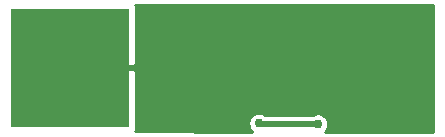
<source format=gbr>
G04 #@! TF.GenerationSoftware,KiCad,Pcbnew,(5.1.2-1)-1*
G04 #@! TF.CreationDate,2019-10-20T00:54:40-06:00*
G04 #@! TF.ProjectId,usb-target,7573622d-7461-4726-9765-742e6b696361,rev?*
G04 #@! TF.SameCoordinates,Original*
G04 #@! TF.FileFunction,Copper,L2,Bot*
G04 #@! TF.FilePolarity,Positive*
%FSLAX46Y46*%
G04 Gerber Fmt 4.6, Leading zero omitted, Abs format (unit mm)*
G04 Created by KiCad (PCBNEW (5.1.2-1)-1) date 2019-10-20 00:54:40*
%MOMM*%
%LPD*%
G04 APERTURE LIST*
%ADD10R,10.000000X10.000000*%
%ADD11C,0.762000*%
%ADD12C,0.508000*%
%ADD13C,0.254000*%
G04 APERTURE END LIST*
D10*
X63373000Y-86614000D03*
D11*
X84376500Y-91361500D03*
X79375000Y-91313000D03*
X69596000Y-82804000D03*
X73914000Y-86614000D03*
X81280000Y-86614000D03*
D12*
X79423500Y-91361500D02*
X79375000Y-91313000D01*
X84376500Y-91361500D02*
X79423500Y-91361500D01*
X69596000Y-82804000D02*
X71120000Y-82804000D01*
X71120000Y-82804000D02*
X74930000Y-86614000D01*
X78752764Y-86614000D02*
X74930000Y-86614000D01*
X81222882Y-84143882D02*
X78752764Y-86614000D01*
D13*
G36*
X94107000Y-92074555D02*
G01*
X84952688Y-92042547D01*
X85067031Y-91928204D01*
X85164321Y-91782599D01*
X85231336Y-91620812D01*
X85265500Y-91449059D01*
X85265500Y-91273941D01*
X85231336Y-91102188D01*
X85164321Y-90940401D01*
X85067031Y-90794796D01*
X84943204Y-90670969D01*
X84797599Y-90573679D01*
X84635812Y-90506664D01*
X84464059Y-90472500D01*
X84288941Y-90472500D01*
X84117188Y-90506664D01*
X83955401Y-90573679D01*
X83916757Y-90599500D01*
X79907328Y-90599500D01*
X79796099Y-90525179D01*
X79634312Y-90458164D01*
X79462559Y-90424000D01*
X79287441Y-90424000D01*
X79115688Y-90458164D01*
X78953901Y-90525179D01*
X78808296Y-90622469D01*
X78684469Y-90746296D01*
X78587179Y-90891901D01*
X78520164Y-91053688D01*
X78486000Y-91225441D01*
X78486000Y-91400559D01*
X78520164Y-91572312D01*
X78587179Y-91734099D01*
X78684469Y-91879704D01*
X78808296Y-92003531D01*
X78834673Y-92021156D01*
X68888858Y-91986380D01*
X68903537Y-91968494D01*
X68962502Y-91858180D01*
X68998812Y-91738482D01*
X69011072Y-91614000D01*
X69008000Y-86899750D01*
X68849250Y-86741000D01*
X63500000Y-86741000D01*
X63500000Y-86761000D01*
X63246000Y-86761000D01*
X63246000Y-86741000D01*
X63226000Y-86741000D01*
X63226000Y-86487000D01*
X63246000Y-86487000D01*
X63246000Y-86467000D01*
X63500000Y-86467000D01*
X63500000Y-86487000D01*
X68849250Y-86487000D01*
X69008000Y-86328250D01*
X69011072Y-81614000D01*
X68998812Y-81489518D01*
X68962502Y-81369820D01*
X68914491Y-81280000D01*
X94107000Y-81280000D01*
X94107000Y-92074555D01*
X94107000Y-92074555D01*
G37*
X94107000Y-92074555D02*
X84952688Y-92042547D01*
X85067031Y-91928204D01*
X85164321Y-91782599D01*
X85231336Y-91620812D01*
X85265500Y-91449059D01*
X85265500Y-91273941D01*
X85231336Y-91102188D01*
X85164321Y-90940401D01*
X85067031Y-90794796D01*
X84943204Y-90670969D01*
X84797599Y-90573679D01*
X84635812Y-90506664D01*
X84464059Y-90472500D01*
X84288941Y-90472500D01*
X84117188Y-90506664D01*
X83955401Y-90573679D01*
X83916757Y-90599500D01*
X79907328Y-90599500D01*
X79796099Y-90525179D01*
X79634312Y-90458164D01*
X79462559Y-90424000D01*
X79287441Y-90424000D01*
X79115688Y-90458164D01*
X78953901Y-90525179D01*
X78808296Y-90622469D01*
X78684469Y-90746296D01*
X78587179Y-90891901D01*
X78520164Y-91053688D01*
X78486000Y-91225441D01*
X78486000Y-91400559D01*
X78520164Y-91572312D01*
X78587179Y-91734099D01*
X78684469Y-91879704D01*
X78808296Y-92003531D01*
X78834673Y-92021156D01*
X68888858Y-91986380D01*
X68903537Y-91968494D01*
X68962502Y-91858180D01*
X68998812Y-91738482D01*
X69011072Y-91614000D01*
X69008000Y-86899750D01*
X68849250Y-86741000D01*
X63500000Y-86741000D01*
X63500000Y-86761000D01*
X63246000Y-86761000D01*
X63246000Y-86741000D01*
X63226000Y-86741000D01*
X63226000Y-86487000D01*
X63246000Y-86487000D01*
X63246000Y-86467000D01*
X63500000Y-86467000D01*
X63500000Y-86487000D01*
X68849250Y-86487000D01*
X69008000Y-86328250D01*
X69011072Y-81614000D01*
X68998812Y-81489518D01*
X68962502Y-81369820D01*
X68914491Y-81280000D01*
X94107000Y-81280000D01*
X94107000Y-92074555D01*
M02*

</source>
